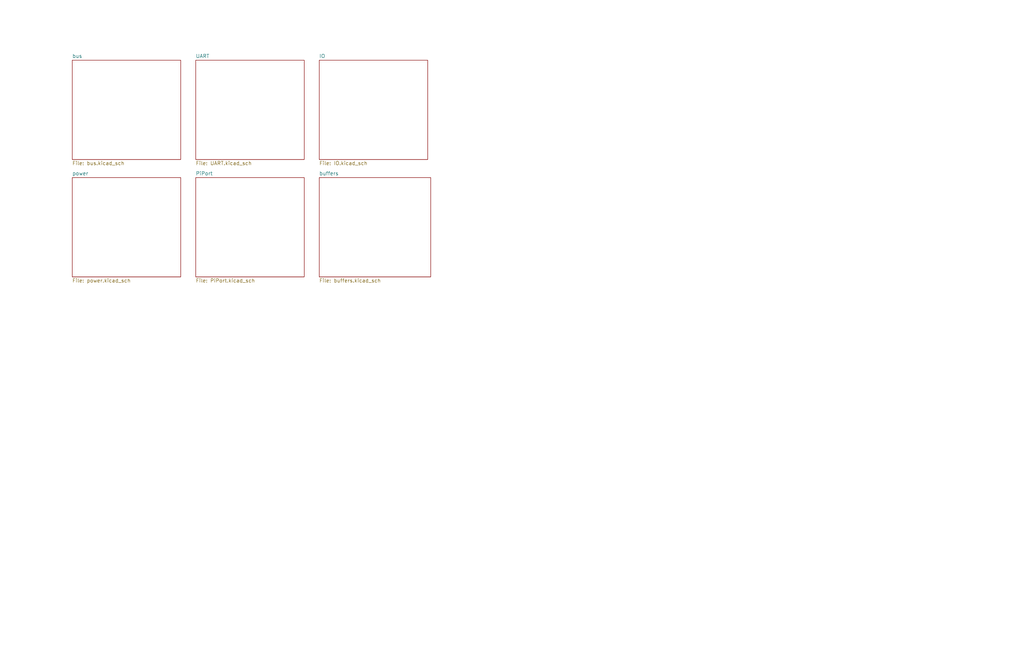
<source format=kicad_sch>
(kicad_sch (version 20211123) (generator eeschema)
  (paper "B")
  (lib_symbols)
  (sheet (at 134.62 74.93) (size 46.99 41.91)
    (property "Sheet name" "buffers" (at 134.62 74.0914 0) (effects (font (size 1.524 1.524)) (justify left bottom)))
    (property "Sheet file" "buffers.kicad_sch" (at 134.62 117.5262 0) (effects (font (size 1.524 1.524)) (justify left top)))
  )
  (sheet (at 30.48 25.4) (size 45.72 41.91)
    (property "Sheet name" "bus" (at 30.48 24.5614 0) (effects (font (size 1.524 1.524)) (justify left bottom)))
    (property "Sheet file" "bus.kicad_sch" (at 30.48 67.9962 0) (effects (font (size 1.524 1.524)) (justify left top)))
  )
  (sheet (at 30.48 74.93) (size 45.72 41.91)
    (property "Sheet name" "power" (at 30.48 74.0914 0) (effects (font (size 1.524 1.524)) (justify left bottom)))
    (property "Sheet file" "power.kicad_sch" (at 30.48 117.5262 0) (effects (font (size 1.524 1.524)) (justify left top)))
  )
  (sheet (at 82.55 25.4) (size 45.72 41.91)
    (property "Sheet name" "UART" (at 82.55 24.5614 0) (effects (font (size 1.524 1.524)) (justify left bottom)))
    (property "Sheet file" "UART.kicad_sch" (at 82.55 67.9962 0) (effects (font (size 1.524 1.524)) (justify left top)))
  )
  (sheet (at 82.55 74.93) (size 45.72 41.91)
    (property "Sheet name" "PiPort" (at 82.55 74.0914 0) (effects (font (size 1.524 1.524)) (justify left bottom)))
    (property "Sheet file" "PiPort.kicad_sch" (at 82.55 117.5262 0) (effects (font (size 1.524 1.524)) (justify left top)))
  )
  (sheet (at 134.62 25.4) (size 45.72 41.91)
    (property "Sheet name" "IO" (at 134.62 24.5614 0) (effects (font (size 1.524 1.524)) (justify left bottom)))
    (property "Sheet file" "IO.kicad_sch" (at 134.62 67.9962 0) (effects (font (size 1.524 1.524)) (justify left top)))
  )
)
</source>
